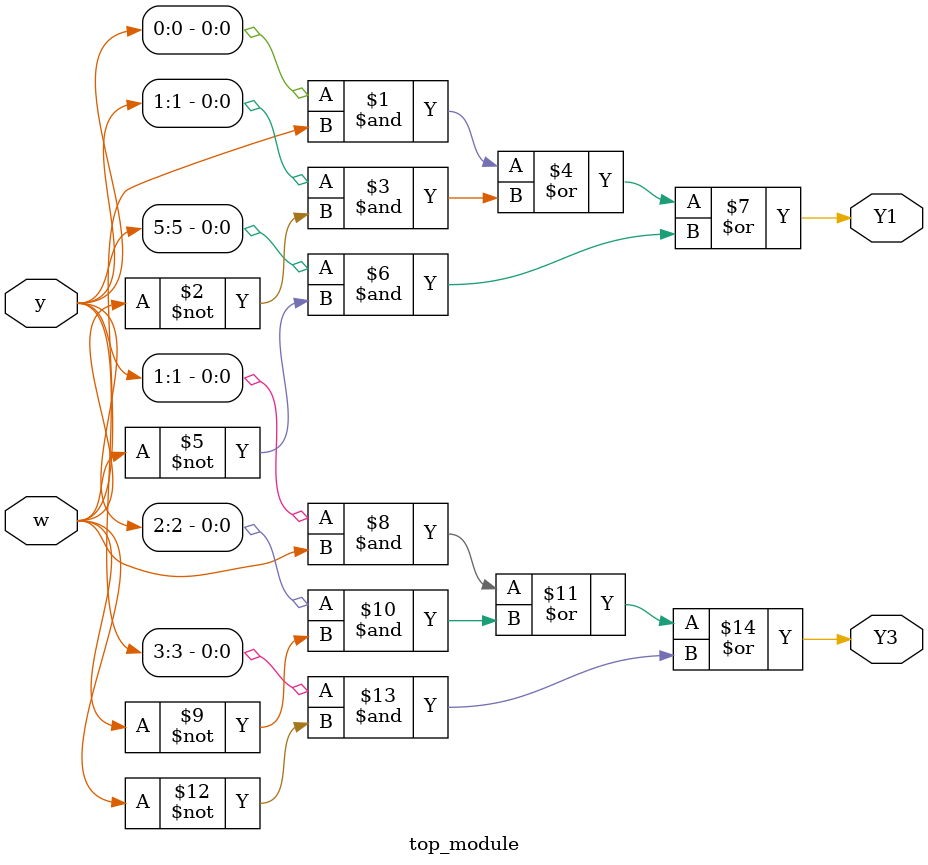
<source format=sv>
module top_module (
    input [5:0] y,
    input w,
    output Y1,
    output Y3
);

assign Y1 = (y[0] & w) | (y[1] & ~w) | (y[5] & ~w);
assign Y3 = (y[1] & w) | (y[2] & ~w) | (y[3] & ~w);

endmodule

</source>
